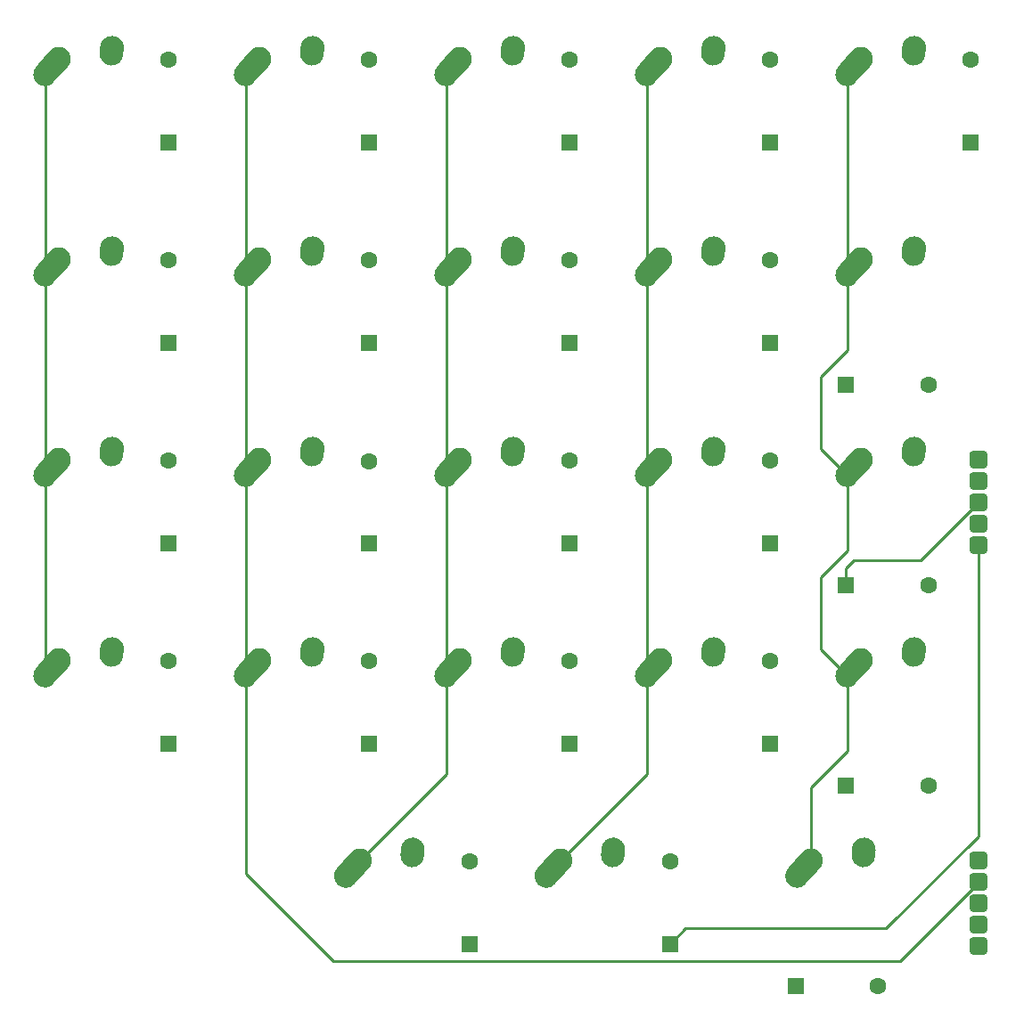
<source format=gtl>
%TF.GenerationSoftware,KiCad,Pcbnew,(5.1.12)-1*%
%TF.CreationDate,2022-01-07T15:12:48-05:00*%
%TF.ProjectId,center-gasket-1,63656e74-6572-42d6-9761-736b65742d31,rev?*%
%TF.SameCoordinates,Original*%
%TF.FileFunction,Copper,L1,Top*%
%TF.FilePolarity,Positive*%
%FSLAX46Y46*%
G04 Gerber Fmt 4.6, Leading zero omitted, Abs format (unit mm)*
G04 Created by KiCad (PCBNEW (5.1.12)-1) date 2022-01-07 15:12:48*
%MOMM*%
%LPD*%
G01*
G04 APERTURE LIST*
%TA.AperFunction,ComponentPad*%
%ADD10C,2.250000*%
%TD*%
%TA.AperFunction,ComponentPad*%
%ADD11R,1.600000X1.600000*%
%TD*%
%TA.AperFunction,ComponentPad*%
%ADD12C,1.600000*%
%TD*%
%TA.AperFunction,Conductor*%
%ADD13C,0.254000*%
%TD*%
G04 APERTURE END LIST*
D10*
%TO.P,MX7,1*%
%TO.N,COL1*%
X47506250Y-65056250D03*
%TA.AperFunction,ComponentPad*%
G36*
G01*
X45444938Y-67353600D02*
X45444933Y-67353595D01*
G75*
G02*
X45358905Y-65764933I751317J837345D01*
G01*
X46668907Y-64304933D01*
G75*
G02*
X48257569Y-64218905I837345J-751317D01*
G01*
X48257569Y-64218905D01*
G75*
G02*
X48343597Y-65807567I-751317J-837345D01*
G01*
X47033595Y-67267567D01*
G75*
G02*
X45444933Y-67353595I-837345J751317D01*
G01*
G37*
%TD.AperFunction*%
%TO.P,MX7,2*%
%TO.N,Net-(D7-Pad2)*%
X52546250Y-63976250D03*
%TA.AperFunction,ComponentPad*%
G36*
G01*
X52429733Y-65678645D02*
X52428847Y-65678584D01*
G75*
G02*
X51383916Y-64478847I77403J1122334D01*
G01*
X51423916Y-63898847D01*
G75*
G02*
X52623653Y-62853916I1122334J-77403D01*
G01*
X52623653Y-62853916D01*
G75*
G02*
X53668584Y-64053653I-77403J-1122334D01*
G01*
X53628584Y-64633653D01*
G75*
G02*
X52428847Y-65678584I-1122334J77403D01*
G01*
G37*
%TD.AperFunction*%
%TD*%
D11*
%TO.P,D23,1*%
%TO.N,ROW4*%
X98493750Y-115093750D03*
D12*
%TO.P,D23,2*%
%TO.N,Net-(D23-Pad2)*%
X106293750Y-115093750D03*
%TD*%
D11*
%TO.P,D22,1*%
%TO.N,ROW3*%
X103256250Y-96043750D03*
D12*
%TO.P,D22,2*%
%TO.N,Net-(D22-Pad2)*%
X111056250Y-96043750D03*
%TD*%
D11*
%TO.P,D21,1*%
%TO.N,ROW2*%
X103256250Y-76993750D03*
D12*
%TO.P,D21,2*%
%TO.N,Net-(D21-Pad2)*%
X111056250Y-76993750D03*
%TD*%
D11*
%TO.P,D20,1*%
%TO.N,ROW1*%
X103256250Y-57943750D03*
D12*
%TO.P,D20,2*%
%TO.N,Net-(D20-Pad2)*%
X111056250Y-57943750D03*
%TD*%
D11*
%TO.P,D19,1*%
%TO.N,ROW0*%
X115093750Y-34856250D03*
D12*
%TO.P,D19,2*%
%TO.N,Net-(D19-Pad2)*%
X115093750Y-27056250D03*
%TD*%
D11*
%TO.P,D18,1*%
%TO.N,ROW4*%
X86518750Y-111056250D03*
D12*
%TO.P,D18,2*%
%TO.N,Net-(D18-Pad2)*%
X86518750Y-103256250D03*
%TD*%
D11*
%TO.P,D17,1*%
%TO.N,ROW3*%
X96043750Y-92006250D03*
D12*
%TO.P,D17,2*%
%TO.N,Net-(D17-Pad2)*%
X96043750Y-84206250D03*
%TD*%
D11*
%TO.P,D16,1*%
%TO.N,ROW2*%
X96043750Y-72956250D03*
D12*
%TO.P,D16,2*%
%TO.N,Net-(D16-Pad2)*%
X96043750Y-65156250D03*
%TD*%
D11*
%TO.P,D15,1*%
%TO.N,ROW1*%
X96043750Y-53906250D03*
D12*
%TO.P,D15,2*%
%TO.N,Net-(D15-Pad2)*%
X96043750Y-46106250D03*
%TD*%
D11*
%TO.P,D14,1*%
%TO.N,ROW0*%
X96043750Y-34856250D03*
D12*
%TO.P,D14,2*%
%TO.N,Net-(D14-Pad2)*%
X96043750Y-27056250D03*
%TD*%
D11*
%TO.P,D13,1*%
%TO.N,ROW4*%
X67468750Y-111056250D03*
D12*
%TO.P,D13,2*%
%TO.N,Net-(D13-Pad2)*%
X67468750Y-103256250D03*
%TD*%
D11*
%TO.P,D12,1*%
%TO.N,ROW3*%
X76993750Y-92006250D03*
D12*
%TO.P,D12,2*%
%TO.N,Net-(D12-Pad2)*%
X76993750Y-84206250D03*
%TD*%
D11*
%TO.P,D11,1*%
%TO.N,ROW2*%
X76993750Y-72956250D03*
D12*
%TO.P,D11,2*%
%TO.N,Net-(D11-Pad2)*%
X76993750Y-65156250D03*
%TD*%
D11*
%TO.P,D10,1*%
%TO.N,ROW1*%
X76993750Y-53906250D03*
D12*
%TO.P,D10,2*%
%TO.N,Net-(D10-Pad2)*%
X76993750Y-46106250D03*
%TD*%
D11*
%TO.P,D9,1*%
%TO.N,ROW0*%
X76993750Y-34856250D03*
D12*
%TO.P,D9,2*%
%TO.N,Net-(D9-Pad2)*%
X76993750Y-27056250D03*
%TD*%
D11*
%TO.P,D8,1*%
%TO.N,ROW3*%
X57943750Y-92006250D03*
D12*
%TO.P,D8,2*%
%TO.N,Net-(D8-Pad2)*%
X57943750Y-84206250D03*
%TD*%
D11*
%TO.P,D7,1*%
%TO.N,ROW2*%
X57943750Y-73018750D03*
D12*
%TO.P,D7,2*%
%TO.N,Net-(D7-Pad2)*%
X57943750Y-65218750D03*
%TD*%
D11*
%TO.P,D6,1*%
%TO.N,ROW1*%
X57943750Y-53906250D03*
D12*
%TO.P,D6,2*%
%TO.N,Net-(D6-Pad2)*%
X57943750Y-46106250D03*
%TD*%
D11*
%TO.P,D5,1*%
%TO.N,ROW0*%
X57943750Y-34856250D03*
D12*
%TO.P,D5,2*%
%TO.N,Net-(D5-Pad2)*%
X57943750Y-27056250D03*
%TD*%
D11*
%TO.P,D4,1*%
%TO.N,ROW3*%
X38893750Y-92006250D03*
D12*
%TO.P,D4,2*%
%TO.N,Net-(D4-Pad2)*%
X38893750Y-84206250D03*
%TD*%
D11*
%TO.P,D3,1*%
%TO.N,ROW2*%
X38893750Y-72956250D03*
D12*
%TO.P,D3,2*%
%TO.N,Net-(D3-Pad2)*%
X38893750Y-65156250D03*
%TD*%
D11*
%TO.P,D2,1*%
%TO.N,ROW1*%
X38893750Y-53906250D03*
D12*
%TO.P,D2,2*%
%TO.N,Net-(D2-Pad2)*%
X38893750Y-46106250D03*
%TD*%
D11*
%TO.P,D1,1*%
%TO.N,ROW0*%
X38893750Y-34856250D03*
D12*
%TO.P,D1,2*%
%TO.N,Net-(D1-Pad2)*%
X38893750Y-27056250D03*
%TD*%
D10*
%TO.P,MX21,1*%
%TO.N,COL4*%
X104656250Y-65056250D03*
%TA.AperFunction,ComponentPad*%
G36*
G01*
X102594938Y-67353600D02*
X102594933Y-67353595D01*
G75*
G02*
X102508905Y-65764933I751317J837345D01*
G01*
X103818907Y-64304933D01*
G75*
G02*
X105407569Y-64218905I837345J-751317D01*
G01*
X105407569Y-64218905D01*
G75*
G02*
X105493597Y-65807567I-751317J-837345D01*
G01*
X104183595Y-67267567D01*
G75*
G02*
X102594933Y-67353595I-837345J751317D01*
G01*
G37*
%TD.AperFunction*%
%TO.P,MX21,2*%
%TO.N,Net-(D21-Pad2)*%
X109696250Y-63976250D03*
%TA.AperFunction,ComponentPad*%
G36*
G01*
X109579733Y-65678645D02*
X109578847Y-65678584D01*
G75*
G02*
X108533916Y-64478847I77403J1122334D01*
G01*
X108573916Y-63898847D01*
G75*
G02*
X109773653Y-62853916I1122334J-77403D01*
G01*
X109773653Y-62853916D01*
G75*
G02*
X110818584Y-64053653I-77403J-1122334D01*
G01*
X110778584Y-64633653D01*
G75*
G02*
X109578847Y-65678584I-1122334J77403D01*
G01*
G37*
%TD.AperFunction*%
%TD*%
%TO.P,M2,1*%
%TO.N,COL0*%
%TA.AperFunction,ComponentPad*%
G36*
G01*
X114947700Y-103562150D02*
X114947700Y-102685850D01*
G75*
G02*
X115385850Y-102247700I438150J0D01*
G01*
X116262150Y-102247700D01*
G75*
G02*
X116700300Y-102685850I0J-438150D01*
G01*
X116700300Y-103562150D01*
G75*
G02*
X116262150Y-104000300I-438150J0D01*
G01*
X115385850Y-104000300D01*
G75*
G02*
X114947700Y-103562150I0J438150D01*
G01*
G37*
%TD.AperFunction*%
%TO.P,M2,2*%
%TO.N,COL1*%
%TA.AperFunction,ComponentPad*%
G36*
G01*
X114947700Y-105594150D02*
X114947700Y-104717850D01*
G75*
G02*
X115385850Y-104279700I438150J0D01*
G01*
X116262150Y-104279700D01*
G75*
G02*
X116700300Y-104717850I0J-438150D01*
G01*
X116700300Y-105594150D01*
G75*
G02*
X116262150Y-106032300I-438150J0D01*
G01*
X115385850Y-106032300D01*
G75*
G02*
X114947700Y-105594150I0J438150D01*
G01*
G37*
%TD.AperFunction*%
%TO.P,M2,3*%
%TO.N,COL2*%
%TA.AperFunction,ComponentPad*%
G36*
G01*
X114947700Y-107626150D02*
X114947700Y-106749850D01*
G75*
G02*
X115385850Y-106311700I438150J0D01*
G01*
X116262150Y-106311700D01*
G75*
G02*
X116700300Y-106749850I0J-438150D01*
G01*
X116700300Y-107626150D01*
G75*
G02*
X116262150Y-108064300I-438150J0D01*
G01*
X115385850Y-108064300D01*
G75*
G02*
X114947700Y-107626150I0J438150D01*
G01*
G37*
%TD.AperFunction*%
%TO.P,M2,4*%
%TO.N,COL3*%
%TA.AperFunction,ComponentPad*%
G36*
G01*
X114947700Y-109658150D02*
X114947700Y-108781850D01*
G75*
G02*
X115385850Y-108343700I438150J0D01*
G01*
X116262150Y-108343700D01*
G75*
G02*
X116700300Y-108781850I0J-438150D01*
G01*
X116700300Y-109658150D01*
G75*
G02*
X116262150Y-110096300I-438150J0D01*
G01*
X115385850Y-110096300D01*
G75*
G02*
X114947700Y-109658150I0J438150D01*
G01*
G37*
%TD.AperFunction*%
%TO.P,M2,5*%
%TO.N,COL4*%
%TA.AperFunction,ComponentPad*%
G36*
G01*
X114947700Y-111690150D02*
X114947700Y-110813850D01*
G75*
G02*
X115385850Y-110375700I438150J0D01*
G01*
X116262150Y-110375700D01*
G75*
G02*
X116700300Y-110813850I0J-438150D01*
G01*
X116700300Y-111690150D01*
G75*
G02*
X116262150Y-112128300I-438150J0D01*
G01*
X115385850Y-112128300D01*
G75*
G02*
X114947700Y-111690150I0J438150D01*
G01*
G37*
%TD.AperFunction*%
%TD*%
%TO.P,M1,5*%
%TO.N,ROW4*%
%TA.AperFunction,ComponentPad*%
G36*
G01*
X114947700Y-73590150D02*
X114947700Y-72713850D01*
G75*
G02*
X115385850Y-72275700I438150J0D01*
G01*
X116262150Y-72275700D01*
G75*
G02*
X116700300Y-72713850I0J-438150D01*
G01*
X116700300Y-73590150D01*
G75*
G02*
X116262150Y-74028300I-438150J0D01*
G01*
X115385850Y-74028300D01*
G75*
G02*
X114947700Y-73590150I0J438150D01*
G01*
G37*
%TD.AperFunction*%
%TO.P,M1,4*%
%TO.N,ROW3*%
%TA.AperFunction,ComponentPad*%
G36*
G01*
X114947700Y-71558150D02*
X114947700Y-70681850D01*
G75*
G02*
X115385850Y-70243700I438150J0D01*
G01*
X116262150Y-70243700D01*
G75*
G02*
X116700300Y-70681850I0J-438150D01*
G01*
X116700300Y-71558150D01*
G75*
G02*
X116262150Y-71996300I-438150J0D01*
G01*
X115385850Y-71996300D01*
G75*
G02*
X114947700Y-71558150I0J438150D01*
G01*
G37*
%TD.AperFunction*%
%TO.P,M1,3*%
%TO.N,ROW2*%
%TA.AperFunction,ComponentPad*%
G36*
G01*
X114947700Y-69526150D02*
X114947700Y-68649850D01*
G75*
G02*
X115385850Y-68211700I438150J0D01*
G01*
X116262150Y-68211700D01*
G75*
G02*
X116700300Y-68649850I0J-438150D01*
G01*
X116700300Y-69526150D01*
G75*
G02*
X116262150Y-69964300I-438150J0D01*
G01*
X115385850Y-69964300D01*
G75*
G02*
X114947700Y-69526150I0J438150D01*
G01*
G37*
%TD.AperFunction*%
%TO.P,M1,2*%
%TO.N,ROW1*%
%TA.AperFunction,ComponentPad*%
G36*
G01*
X114947700Y-67494150D02*
X114947700Y-66617850D01*
G75*
G02*
X115385850Y-66179700I438150J0D01*
G01*
X116262150Y-66179700D01*
G75*
G02*
X116700300Y-66617850I0J-438150D01*
G01*
X116700300Y-67494150D01*
G75*
G02*
X116262150Y-67932300I-438150J0D01*
G01*
X115385850Y-67932300D01*
G75*
G02*
X114947700Y-67494150I0J438150D01*
G01*
G37*
%TD.AperFunction*%
%TO.P,M1,1*%
%TO.N,ROW0*%
%TA.AperFunction,ComponentPad*%
G36*
G01*
X114947700Y-65462150D02*
X114947700Y-64585850D01*
G75*
G02*
X115385850Y-64147700I438150J0D01*
G01*
X116262150Y-64147700D01*
G75*
G02*
X116700300Y-64585850I0J-438150D01*
G01*
X116700300Y-65462150D01*
G75*
G02*
X116262150Y-65900300I-438150J0D01*
G01*
X115385850Y-65900300D01*
G75*
G02*
X114947700Y-65462150I0J438150D01*
G01*
G37*
%TD.AperFunction*%
%TD*%
%TO.P,MX19,1*%
%TO.N,COL4*%
X104656250Y-26956250D03*
%TA.AperFunction,ComponentPad*%
G36*
G01*
X102594938Y-29253600D02*
X102594933Y-29253595D01*
G75*
G02*
X102508905Y-27664933I751317J837345D01*
G01*
X103818907Y-26204933D01*
G75*
G02*
X105407569Y-26118905I837345J-751317D01*
G01*
X105407569Y-26118905D01*
G75*
G02*
X105493597Y-27707567I-751317J-837345D01*
G01*
X104183595Y-29167567D01*
G75*
G02*
X102594933Y-29253595I-837345J751317D01*
G01*
G37*
%TD.AperFunction*%
%TO.P,MX19,2*%
%TO.N,Net-(D19-Pad2)*%
X109696250Y-25876250D03*
%TA.AperFunction,ComponentPad*%
G36*
G01*
X109579733Y-27578645D02*
X109578847Y-27578584D01*
G75*
G02*
X108533916Y-26378847I77403J1122334D01*
G01*
X108573916Y-25798847D01*
G75*
G02*
X109773653Y-24753916I1122334J-77403D01*
G01*
X109773653Y-24753916D01*
G75*
G02*
X110818584Y-25953653I-77403J-1122334D01*
G01*
X110778584Y-26533653D01*
G75*
G02*
X109578847Y-27578584I-1122334J77403D01*
G01*
G37*
%TD.AperFunction*%
%TD*%
%TO.P,MX18,1*%
%TO.N,COL3*%
X76081250Y-103156250D03*
%TA.AperFunction,ComponentPad*%
G36*
G01*
X74019938Y-105453600D02*
X74019933Y-105453595D01*
G75*
G02*
X73933905Y-103864933I751317J837345D01*
G01*
X75243907Y-102404933D01*
G75*
G02*
X76832569Y-102318905I837345J-751317D01*
G01*
X76832569Y-102318905D01*
G75*
G02*
X76918597Y-103907567I-751317J-837345D01*
G01*
X75608595Y-105367567D01*
G75*
G02*
X74019933Y-105453595I-837345J751317D01*
G01*
G37*
%TD.AperFunction*%
%TO.P,MX18,2*%
%TO.N,Net-(D18-Pad2)*%
X81121250Y-102076250D03*
%TA.AperFunction,ComponentPad*%
G36*
G01*
X81004733Y-103778645D02*
X81003847Y-103778584D01*
G75*
G02*
X79958916Y-102578847I77403J1122334D01*
G01*
X79998916Y-101998847D01*
G75*
G02*
X81198653Y-100953916I1122334J-77403D01*
G01*
X81198653Y-100953916D01*
G75*
G02*
X82243584Y-102153653I-77403J-1122334D01*
G01*
X82203584Y-102733653D01*
G75*
G02*
X81003847Y-103778584I-1122334J77403D01*
G01*
G37*
%TD.AperFunction*%
%TD*%
%TO.P,MX23,1*%
%TO.N,COL4*%
X99893750Y-103156250D03*
%TA.AperFunction,ComponentPad*%
G36*
G01*
X97832438Y-105453600D02*
X97832433Y-105453595D01*
G75*
G02*
X97746405Y-103864933I751317J837345D01*
G01*
X99056407Y-102404933D01*
G75*
G02*
X100645069Y-102318905I837345J-751317D01*
G01*
X100645069Y-102318905D01*
G75*
G02*
X100731097Y-103907567I-751317J-837345D01*
G01*
X99421095Y-105367567D01*
G75*
G02*
X97832433Y-105453595I-837345J751317D01*
G01*
G37*
%TD.AperFunction*%
%TO.P,MX23,2*%
%TO.N,Net-(D23-Pad2)*%
X104933750Y-102076250D03*
%TA.AperFunction,ComponentPad*%
G36*
G01*
X104817233Y-103778645D02*
X104816347Y-103778584D01*
G75*
G02*
X103771416Y-102578847I77403J1122334D01*
G01*
X103811416Y-101998847D01*
G75*
G02*
X105011153Y-100953916I1122334J-77403D01*
G01*
X105011153Y-100953916D01*
G75*
G02*
X106056084Y-102153653I-77403J-1122334D01*
G01*
X106016084Y-102733653D01*
G75*
G02*
X104816347Y-103778584I-1122334J77403D01*
G01*
G37*
%TD.AperFunction*%
%TD*%
%TO.P,MX22,1*%
%TO.N,COL4*%
X104656250Y-84106250D03*
%TA.AperFunction,ComponentPad*%
G36*
G01*
X102594938Y-86403600D02*
X102594933Y-86403595D01*
G75*
G02*
X102508905Y-84814933I751317J837345D01*
G01*
X103818907Y-83354933D01*
G75*
G02*
X105407569Y-83268905I837345J-751317D01*
G01*
X105407569Y-83268905D01*
G75*
G02*
X105493597Y-84857567I-751317J-837345D01*
G01*
X104183595Y-86317567D01*
G75*
G02*
X102594933Y-86403595I-837345J751317D01*
G01*
G37*
%TD.AperFunction*%
%TO.P,MX22,2*%
%TO.N,Net-(D22-Pad2)*%
X109696250Y-83026250D03*
%TA.AperFunction,ComponentPad*%
G36*
G01*
X109579733Y-84728645D02*
X109578847Y-84728584D01*
G75*
G02*
X108533916Y-83528847I77403J1122334D01*
G01*
X108573916Y-82948847D01*
G75*
G02*
X109773653Y-81903916I1122334J-77403D01*
G01*
X109773653Y-81903916D01*
G75*
G02*
X110818584Y-83103653I-77403J-1122334D01*
G01*
X110778584Y-83683653D01*
G75*
G02*
X109578847Y-84728584I-1122334J77403D01*
G01*
G37*
%TD.AperFunction*%
%TD*%
%TO.P,MX20,1*%
%TO.N,COL4*%
X104656250Y-46006250D03*
%TA.AperFunction,ComponentPad*%
G36*
G01*
X102594938Y-48303600D02*
X102594933Y-48303595D01*
G75*
G02*
X102508905Y-46714933I751317J837345D01*
G01*
X103818907Y-45254933D01*
G75*
G02*
X105407569Y-45168905I837345J-751317D01*
G01*
X105407569Y-45168905D01*
G75*
G02*
X105493597Y-46757567I-751317J-837345D01*
G01*
X104183595Y-48217567D01*
G75*
G02*
X102594933Y-48303595I-837345J751317D01*
G01*
G37*
%TD.AperFunction*%
%TO.P,MX20,2*%
%TO.N,Net-(D20-Pad2)*%
X109696250Y-44926250D03*
%TA.AperFunction,ComponentPad*%
G36*
G01*
X109579733Y-46628645D02*
X109578847Y-46628584D01*
G75*
G02*
X108533916Y-45428847I77403J1122334D01*
G01*
X108573916Y-44848847D01*
G75*
G02*
X109773653Y-43803916I1122334J-77403D01*
G01*
X109773653Y-43803916D01*
G75*
G02*
X110818584Y-45003653I-77403J-1122334D01*
G01*
X110778584Y-45583653D01*
G75*
G02*
X109578847Y-46628584I-1122334J77403D01*
G01*
G37*
%TD.AperFunction*%
%TD*%
%TO.P,MX17,1*%
%TO.N,COL3*%
X85606250Y-84106250D03*
%TA.AperFunction,ComponentPad*%
G36*
G01*
X83544938Y-86403600D02*
X83544933Y-86403595D01*
G75*
G02*
X83458905Y-84814933I751317J837345D01*
G01*
X84768907Y-83354933D01*
G75*
G02*
X86357569Y-83268905I837345J-751317D01*
G01*
X86357569Y-83268905D01*
G75*
G02*
X86443597Y-84857567I-751317J-837345D01*
G01*
X85133595Y-86317567D01*
G75*
G02*
X83544933Y-86403595I-837345J751317D01*
G01*
G37*
%TD.AperFunction*%
%TO.P,MX17,2*%
%TO.N,Net-(D17-Pad2)*%
X90646250Y-83026250D03*
%TA.AperFunction,ComponentPad*%
G36*
G01*
X90529733Y-84728645D02*
X90528847Y-84728584D01*
G75*
G02*
X89483916Y-83528847I77403J1122334D01*
G01*
X89523916Y-82948847D01*
G75*
G02*
X90723653Y-81903916I1122334J-77403D01*
G01*
X90723653Y-81903916D01*
G75*
G02*
X91768584Y-83103653I-77403J-1122334D01*
G01*
X91728584Y-83683653D01*
G75*
G02*
X90528847Y-84728584I-1122334J77403D01*
G01*
G37*
%TD.AperFunction*%
%TD*%
%TO.P,MX16,1*%
%TO.N,COL3*%
X85606250Y-65056250D03*
%TA.AperFunction,ComponentPad*%
G36*
G01*
X83544938Y-67353600D02*
X83544933Y-67353595D01*
G75*
G02*
X83458905Y-65764933I751317J837345D01*
G01*
X84768907Y-64304933D01*
G75*
G02*
X86357569Y-64218905I837345J-751317D01*
G01*
X86357569Y-64218905D01*
G75*
G02*
X86443597Y-65807567I-751317J-837345D01*
G01*
X85133595Y-67267567D01*
G75*
G02*
X83544933Y-67353595I-837345J751317D01*
G01*
G37*
%TD.AperFunction*%
%TO.P,MX16,2*%
%TO.N,Net-(D16-Pad2)*%
X90646250Y-63976250D03*
%TA.AperFunction,ComponentPad*%
G36*
G01*
X90529733Y-65678645D02*
X90528847Y-65678584D01*
G75*
G02*
X89483916Y-64478847I77403J1122334D01*
G01*
X89523916Y-63898847D01*
G75*
G02*
X90723653Y-62853916I1122334J-77403D01*
G01*
X90723653Y-62853916D01*
G75*
G02*
X91768584Y-64053653I-77403J-1122334D01*
G01*
X91728584Y-64633653D01*
G75*
G02*
X90528847Y-65678584I-1122334J77403D01*
G01*
G37*
%TD.AperFunction*%
%TD*%
%TO.P,MX15,1*%
%TO.N,COL3*%
X85606250Y-46006250D03*
%TA.AperFunction,ComponentPad*%
G36*
G01*
X83544938Y-48303600D02*
X83544933Y-48303595D01*
G75*
G02*
X83458905Y-46714933I751317J837345D01*
G01*
X84768907Y-45254933D01*
G75*
G02*
X86357569Y-45168905I837345J-751317D01*
G01*
X86357569Y-45168905D01*
G75*
G02*
X86443597Y-46757567I-751317J-837345D01*
G01*
X85133595Y-48217567D01*
G75*
G02*
X83544933Y-48303595I-837345J751317D01*
G01*
G37*
%TD.AperFunction*%
%TO.P,MX15,2*%
%TO.N,Net-(D15-Pad2)*%
X90646250Y-44926250D03*
%TA.AperFunction,ComponentPad*%
G36*
G01*
X90529733Y-46628645D02*
X90528847Y-46628584D01*
G75*
G02*
X89483916Y-45428847I77403J1122334D01*
G01*
X89523916Y-44848847D01*
G75*
G02*
X90723653Y-43803916I1122334J-77403D01*
G01*
X90723653Y-43803916D01*
G75*
G02*
X91768584Y-45003653I-77403J-1122334D01*
G01*
X91728584Y-45583653D01*
G75*
G02*
X90528847Y-46628584I-1122334J77403D01*
G01*
G37*
%TD.AperFunction*%
%TD*%
%TO.P,MX14,1*%
%TO.N,COL3*%
X85606250Y-26956250D03*
%TA.AperFunction,ComponentPad*%
G36*
G01*
X83544938Y-29253600D02*
X83544933Y-29253595D01*
G75*
G02*
X83458905Y-27664933I751317J837345D01*
G01*
X84768907Y-26204933D01*
G75*
G02*
X86357569Y-26118905I837345J-751317D01*
G01*
X86357569Y-26118905D01*
G75*
G02*
X86443597Y-27707567I-751317J-837345D01*
G01*
X85133595Y-29167567D01*
G75*
G02*
X83544933Y-29253595I-837345J751317D01*
G01*
G37*
%TD.AperFunction*%
%TO.P,MX14,2*%
%TO.N,Net-(D14-Pad2)*%
X90646250Y-25876250D03*
%TA.AperFunction,ComponentPad*%
G36*
G01*
X90529733Y-27578645D02*
X90528847Y-27578584D01*
G75*
G02*
X89483916Y-26378847I77403J1122334D01*
G01*
X89523916Y-25798847D01*
G75*
G02*
X90723653Y-24753916I1122334J-77403D01*
G01*
X90723653Y-24753916D01*
G75*
G02*
X91768584Y-25953653I-77403J-1122334D01*
G01*
X91728584Y-26533653D01*
G75*
G02*
X90528847Y-27578584I-1122334J77403D01*
G01*
G37*
%TD.AperFunction*%
%TD*%
%TO.P,MX13,1*%
%TO.N,COL2*%
X57031250Y-103156250D03*
%TA.AperFunction,ComponentPad*%
G36*
G01*
X54969938Y-105453600D02*
X54969933Y-105453595D01*
G75*
G02*
X54883905Y-103864933I751317J837345D01*
G01*
X56193907Y-102404933D01*
G75*
G02*
X57782569Y-102318905I837345J-751317D01*
G01*
X57782569Y-102318905D01*
G75*
G02*
X57868597Y-103907567I-751317J-837345D01*
G01*
X56558595Y-105367567D01*
G75*
G02*
X54969933Y-105453595I-837345J751317D01*
G01*
G37*
%TD.AperFunction*%
%TO.P,MX13,2*%
%TO.N,Net-(D13-Pad2)*%
X62071250Y-102076250D03*
%TA.AperFunction,ComponentPad*%
G36*
G01*
X61954733Y-103778645D02*
X61953847Y-103778584D01*
G75*
G02*
X60908916Y-102578847I77403J1122334D01*
G01*
X60948916Y-101998847D01*
G75*
G02*
X62148653Y-100953916I1122334J-77403D01*
G01*
X62148653Y-100953916D01*
G75*
G02*
X63193584Y-102153653I-77403J-1122334D01*
G01*
X63153584Y-102733653D01*
G75*
G02*
X61953847Y-103778584I-1122334J77403D01*
G01*
G37*
%TD.AperFunction*%
%TD*%
%TO.P,MX12,1*%
%TO.N,COL2*%
X66556250Y-84106250D03*
%TA.AperFunction,ComponentPad*%
G36*
G01*
X64494938Y-86403600D02*
X64494933Y-86403595D01*
G75*
G02*
X64408905Y-84814933I751317J837345D01*
G01*
X65718907Y-83354933D01*
G75*
G02*
X67307569Y-83268905I837345J-751317D01*
G01*
X67307569Y-83268905D01*
G75*
G02*
X67393597Y-84857567I-751317J-837345D01*
G01*
X66083595Y-86317567D01*
G75*
G02*
X64494933Y-86403595I-837345J751317D01*
G01*
G37*
%TD.AperFunction*%
%TO.P,MX12,2*%
%TO.N,Net-(D12-Pad2)*%
X71596250Y-83026250D03*
%TA.AperFunction,ComponentPad*%
G36*
G01*
X71479733Y-84728645D02*
X71478847Y-84728584D01*
G75*
G02*
X70433916Y-83528847I77403J1122334D01*
G01*
X70473916Y-82948847D01*
G75*
G02*
X71673653Y-81903916I1122334J-77403D01*
G01*
X71673653Y-81903916D01*
G75*
G02*
X72718584Y-83103653I-77403J-1122334D01*
G01*
X72678584Y-83683653D01*
G75*
G02*
X71478847Y-84728584I-1122334J77403D01*
G01*
G37*
%TD.AperFunction*%
%TD*%
%TO.P,MX11,1*%
%TO.N,COL2*%
X66556250Y-65056250D03*
%TA.AperFunction,ComponentPad*%
G36*
G01*
X64494938Y-67353600D02*
X64494933Y-67353595D01*
G75*
G02*
X64408905Y-65764933I751317J837345D01*
G01*
X65718907Y-64304933D01*
G75*
G02*
X67307569Y-64218905I837345J-751317D01*
G01*
X67307569Y-64218905D01*
G75*
G02*
X67393597Y-65807567I-751317J-837345D01*
G01*
X66083595Y-67267567D01*
G75*
G02*
X64494933Y-67353595I-837345J751317D01*
G01*
G37*
%TD.AperFunction*%
%TO.P,MX11,2*%
%TO.N,Net-(D11-Pad2)*%
X71596250Y-63976250D03*
%TA.AperFunction,ComponentPad*%
G36*
G01*
X71479733Y-65678645D02*
X71478847Y-65678584D01*
G75*
G02*
X70433916Y-64478847I77403J1122334D01*
G01*
X70473916Y-63898847D01*
G75*
G02*
X71673653Y-62853916I1122334J-77403D01*
G01*
X71673653Y-62853916D01*
G75*
G02*
X72718584Y-64053653I-77403J-1122334D01*
G01*
X72678584Y-64633653D01*
G75*
G02*
X71478847Y-65678584I-1122334J77403D01*
G01*
G37*
%TD.AperFunction*%
%TD*%
%TO.P,MX10,1*%
%TO.N,COL2*%
X66556250Y-46006250D03*
%TA.AperFunction,ComponentPad*%
G36*
G01*
X64494938Y-48303600D02*
X64494933Y-48303595D01*
G75*
G02*
X64408905Y-46714933I751317J837345D01*
G01*
X65718907Y-45254933D01*
G75*
G02*
X67307569Y-45168905I837345J-751317D01*
G01*
X67307569Y-45168905D01*
G75*
G02*
X67393597Y-46757567I-751317J-837345D01*
G01*
X66083595Y-48217567D01*
G75*
G02*
X64494933Y-48303595I-837345J751317D01*
G01*
G37*
%TD.AperFunction*%
%TO.P,MX10,2*%
%TO.N,Net-(D10-Pad2)*%
X71596250Y-44926250D03*
%TA.AperFunction,ComponentPad*%
G36*
G01*
X71479733Y-46628645D02*
X71478847Y-46628584D01*
G75*
G02*
X70433916Y-45428847I77403J1122334D01*
G01*
X70473916Y-44848847D01*
G75*
G02*
X71673653Y-43803916I1122334J-77403D01*
G01*
X71673653Y-43803916D01*
G75*
G02*
X72718584Y-45003653I-77403J-1122334D01*
G01*
X72678584Y-45583653D01*
G75*
G02*
X71478847Y-46628584I-1122334J77403D01*
G01*
G37*
%TD.AperFunction*%
%TD*%
%TO.P,MX9,1*%
%TO.N,COL2*%
X66556250Y-26956250D03*
%TA.AperFunction,ComponentPad*%
G36*
G01*
X64494938Y-29253600D02*
X64494933Y-29253595D01*
G75*
G02*
X64408905Y-27664933I751317J837345D01*
G01*
X65718907Y-26204933D01*
G75*
G02*
X67307569Y-26118905I837345J-751317D01*
G01*
X67307569Y-26118905D01*
G75*
G02*
X67393597Y-27707567I-751317J-837345D01*
G01*
X66083595Y-29167567D01*
G75*
G02*
X64494933Y-29253595I-837345J751317D01*
G01*
G37*
%TD.AperFunction*%
%TO.P,MX9,2*%
%TO.N,Net-(D9-Pad2)*%
X71596250Y-25876250D03*
%TA.AperFunction,ComponentPad*%
G36*
G01*
X71479733Y-27578645D02*
X71478847Y-27578584D01*
G75*
G02*
X70433916Y-26378847I77403J1122334D01*
G01*
X70473916Y-25798847D01*
G75*
G02*
X71673653Y-24753916I1122334J-77403D01*
G01*
X71673653Y-24753916D01*
G75*
G02*
X72718584Y-25953653I-77403J-1122334D01*
G01*
X72678584Y-26533653D01*
G75*
G02*
X71478847Y-27578584I-1122334J77403D01*
G01*
G37*
%TD.AperFunction*%
%TD*%
%TO.P,MX8,1*%
%TO.N,COL1*%
X47506250Y-84106250D03*
%TA.AperFunction,ComponentPad*%
G36*
G01*
X45444938Y-86403600D02*
X45444933Y-86403595D01*
G75*
G02*
X45358905Y-84814933I751317J837345D01*
G01*
X46668907Y-83354933D01*
G75*
G02*
X48257569Y-83268905I837345J-751317D01*
G01*
X48257569Y-83268905D01*
G75*
G02*
X48343597Y-84857567I-751317J-837345D01*
G01*
X47033595Y-86317567D01*
G75*
G02*
X45444933Y-86403595I-837345J751317D01*
G01*
G37*
%TD.AperFunction*%
%TO.P,MX8,2*%
%TO.N,Net-(D8-Pad2)*%
X52546250Y-83026250D03*
%TA.AperFunction,ComponentPad*%
G36*
G01*
X52429733Y-84728645D02*
X52428847Y-84728584D01*
G75*
G02*
X51383916Y-83528847I77403J1122334D01*
G01*
X51423916Y-82948847D01*
G75*
G02*
X52623653Y-81903916I1122334J-77403D01*
G01*
X52623653Y-81903916D01*
G75*
G02*
X53668584Y-83103653I-77403J-1122334D01*
G01*
X53628584Y-83683653D01*
G75*
G02*
X52428847Y-84728584I-1122334J77403D01*
G01*
G37*
%TD.AperFunction*%
%TD*%
%TO.P,MX6,1*%
%TO.N,COL1*%
X47506250Y-46006250D03*
%TA.AperFunction,ComponentPad*%
G36*
G01*
X45444938Y-48303600D02*
X45444933Y-48303595D01*
G75*
G02*
X45358905Y-46714933I751317J837345D01*
G01*
X46668907Y-45254933D01*
G75*
G02*
X48257569Y-45168905I837345J-751317D01*
G01*
X48257569Y-45168905D01*
G75*
G02*
X48343597Y-46757567I-751317J-837345D01*
G01*
X47033595Y-48217567D01*
G75*
G02*
X45444933Y-48303595I-837345J751317D01*
G01*
G37*
%TD.AperFunction*%
%TO.P,MX6,2*%
%TO.N,Net-(D6-Pad2)*%
X52546250Y-44926250D03*
%TA.AperFunction,ComponentPad*%
G36*
G01*
X52429733Y-46628645D02*
X52428847Y-46628584D01*
G75*
G02*
X51383916Y-45428847I77403J1122334D01*
G01*
X51423916Y-44848847D01*
G75*
G02*
X52623653Y-43803916I1122334J-77403D01*
G01*
X52623653Y-43803916D01*
G75*
G02*
X53668584Y-45003653I-77403J-1122334D01*
G01*
X53628584Y-45583653D01*
G75*
G02*
X52428847Y-46628584I-1122334J77403D01*
G01*
G37*
%TD.AperFunction*%
%TD*%
%TO.P,MX5,1*%
%TO.N,COL1*%
X47506250Y-26956250D03*
%TA.AperFunction,ComponentPad*%
G36*
G01*
X45444938Y-29253600D02*
X45444933Y-29253595D01*
G75*
G02*
X45358905Y-27664933I751317J837345D01*
G01*
X46668907Y-26204933D01*
G75*
G02*
X48257569Y-26118905I837345J-751317D01*
G01*
X48257569Y-26118905D01*
G75*
G02*
X48343597Y-27707567I-751317J-837345D01*
G01*
X47033595Y-29167567D01*
G75*
G02*
X45444933Y-29253595I-837345J751317D01*
G01*
G37*
%TD.AperFunction*%
%TO.P,MX5,2*%
%TO.N,Net-(D5-Pad2)*%
X52546250Y-25876250D03*
%TA.AperFunction,ComponentPad*%
G36*
G01*
X52429733Y-27578645D02*
X52428847Y-27578584D01*
G75*
G02*
X51383916Y-26378847I77403J1122334D01*
G01*
X51423916Y-25798847D01*
G75*
G02*
X52623653Y-24753916I1122334J-77403D01*
G01*
X52623653Y-24753916D01*
G75*
G02*
X53668584Y-25953653I-77403J-1122334D01*
G01*
X53628584Y-26533653D01*
G75*
G02*
X52428847Y-27578584I-1122334J77403D01*
G01*
G37*
%TD.AperFunction*%
%TD*%
%TO.P,MX4,1*%
%TO.N,COL0*%
X28456250Y-84106250D03*
%TA.AperFunction,ComponentPad*%
G36*
G01*
X26394938Y-86403600D02*
X26394933Y-86403595D01*
G75*
G02*
X26308905Y-84814933I751317J837345D01*
G01*
X27618907Y-83354933D01*
G75*
G02*
X29207569Y-83268905I837345J-751317D01*
G01*
X29207569Y-83268905D01*
G75*
G02*
X29293597Y-84857567I-751317J-837345D01*
G01*
X27983595Y-86317567D01*
G75*
G02*
X26394933Y-86403595I-837345J751317D01*
G01*
G37*
%TD.AperFunction*%
%TO.P,MX4,2*%
%TO.N,Net-(D4-Pad2)*%
X33496250Y-83026250D03*
%TA.AperFunction,ComponentPad*%
G36*
G01*
X33379733Y-84728645D02*
X33378847Y-84728584D01*
G75*
G02*
X32333916Y-83528847I77403J1122334D01*
G01*
X32373916Y-82948847D01*
G75*
G02*
X33573653Y-81903916I1122334J-77403D01*
G01*
X33573653Y-81903916D01*
G75*
G02*
X34618584Y-83103653I-77403J-1122334D01*
G01*
X34578584Y-83683653D01*
G75*
G02*
X33378847Y-84728584I-1122334J77403D01*
G01*
G37*
%TD.AperFunction*%
%TD*%
%TO.P,MX3,1*%
%TO.N,COL0*%
X28456250Y-65056250D03*
%TA.AperFunction,ComponentPad*%
G36*
G01*
X26394938Y-67353600D02*
X26394933Y-67353595D01*
G75*
G02*
X26308905Y-65764933I751317J837345D01*
G01*
X27618907Y-64304933D01*
G75*
G02*
X29207569Y-64218905I837345J-751317D01*
G01*
X29207569Y-64218905D01*
G75*
G02*
X29293597Y-65807567I-751317J-837345D01*
G01*
X27983595Y-67267567D01*
G75*
G02*
X26394933Y-67353595I-837345J751317D01*
G01*
G37*
%TD.AperFunction*%
%TO.P,MX3,2*%
%TO.N,Net-(D3-Pad2)*%
X33496250Y-63976250D03*
%TA.AperFunction,ComponentPad*%
G36*
G01*
X33379733Y-65678645D02*
X33378847Y-65678584D01*
G75*
G02*
X32333916Y-64478847I77403J1122334D01*
G01*
X32373916Y-63898847D01*
G75*
G02*
X33573653Y-62853916I1122334J-77403D01*
G01*
X33573653Y-62853916D01*
G75*
G02*
X34618584Y-64053653I-77403J-1122334D01*
G01*
X34578584Y-64633653D01*
G75*
G02*
X33378847Y-65678584I-1122334J77403D01*
G01*
G37*
%TD.AperFunction*%
%TD*%
%TO.P,MX2,1*%
%TO.N,COL0*%
X28456250Y-46006250D03*
%TA.AperFunction,ComponentPad*%
G36*
G01*
X26394938Y-48303600D02*
X26394933Y-48303595D01*
G75*
G02*
X26308905Y-46714933I751317J837345D01*
G01*
X27618907Y-45254933D01*
G75*
G02*
X29207569Y-45168905I837345J-751317D01*
G01*
X29207569Y-45168905D01*
G75*
G02*
X29293597Y-46757567I-751317J-837345D01*
G01*
X27983595Y-48217567D01*
G75*
G02*
X26394933Y-48303595I-837345J751317D01*
G01*
G37*
%TD.AperFunction*%
%TO.P,MX2,2*%
%TO.N,Net-(D2-Pad2)*%
X33496250Y-44926250D03*
%TA.AperFunction,ComponentPad*%
G36*
G01*
X33379733Y-46628645D02*
X33378847Y-46628584D01*
G75*
G02*
X32333916Y-45428847I77403J1122334D01*
G01*
X32373916Y-44848847D01*
G75*
G02*
X33573653Y-43803916I1122334J-77403D01*
G01*
X33573653Y-43803916D01*
G75*
G02*
X34618584Y-45003653I-77403J-1122334D01*
G01*
X34578584Y-45583653D01*
G75*
G02*
X33378847Y-46628584I-1122334J77403D01*
G01*
G37*
%TD.AperFunction*%
%TD*%
%TO.P,MX1,1*%
%TO.N,COL0*%
X28456250Y-26956250D03*
%TA.AperFunction,ComponentPad*%
G36*
G01*
X26394938Y-29253600D02*
X26394933Y-29253595D01*
G75*
G02*
X26308905Y-27664933I751317J837345D01*
G01*
X27618907Y-26204933D01*
G75*
G02*
X29207569Y-26118905I837345J-751317D01*
G01*
X29207569Y-26118905D01*
G75*
G02*
X29293597Y-27707567I-751317J-837345D01*
G01*
X27983595Y-29167567D01*
G75*
G02*
X26394933Y-29253595I-837345J751317D01*
G01*
G37*
%TD.AperFunction*%
%TO.P,MX1,2*%
%TO.N,Net-(D1-Pad2)*%
X33496250Y-25876250D03*
%TA.AperFunction,ComponentPad*%
G36*
G01*
X33379733Y-27578645D02*
X33378847Y-27578584D01*
G75*
G02*
X32333916Y-26378847I77403J1122334D01*
G01*
X32373916Y-25798847D01*
G75*
G02*
X33573653Y-24753916I1122334J-77403D01*
G01*
X33573653Y-24753916D01*
G75*
G02*
X34618584Y-25953653I-77403J-1122334D01*
G01*
X34578584Y-26533653D01*
G75*
G02*
X33378847Y-27578584I-1122334J77403D01*
G01*
G37*
%TD.AperFunction*%
%TD*%
D13*
%TO.N,ROW2*%
X103256250Y-76993750D02*
X103256250Y-75337500D01*
X103256250Y-75337500D02*
X103981250Y-74612500D01*
X110299500Y-74612500D02*
X115824000Y-69088000D01*
X103981250Y-74612500D02*
X110299500Y-74612500D01*
%TO.N,ROW4*%
X87974000Y-109601000D02*
X86518750Y-111056250D01*
X107061000Y-109601000D02*
X87974000Y-109601000D01*
X115824000Y-100838000D02*
X107061000Y-109601000D01*
X115824000Y-73152000D02*
X115824000Y-100838000D01*
%TO.N,COL0*%
X27146250Y-28416250D02*
X27146250Y-85566250D01*
%TO.N,COL1*%
X46196250Y-66833750D02*
X46196250Y-85566250D01*
X46196250Y-28416250D02*
X46196250Y-66833750D01*
X115824000Y-105229598D02*
X115824000Y-105156000D01*
X108341098Y-112712500D02*
X115824000Y-105229598D01*
X54546500Y-112712500D02*
X108341098Y-112712500D01*
X46196250Y-104362250D02*
X54546500Y-112712500D01*
X46196250Y-85566250D02*
X46196250Y-104362250D01*
%TO.N,COL2*%
X65246250Y-94941250D02*
X57031250Y-103156250D01*
X65246250Y-28416250D02*
X65246250Y-94941250D01*
%TO.N,COL3*%
X84296250Y-94941250D02*
X76081250Y-103156250D01*
X84296250Y-28416250D02*
X84296250Y-94941250D01*
%TO.N,COL4*%
X103346250Y-28416250D02*
X103346250Y-47466250D01*
X103346250Y-47466250D02*
X103346250Y-54610000D01*
X103346250Y-54610000D02*
X100806250Y-57150000D01*
X100806250Y-63976250D02*
X103346250Y-66516250D01*
X100806250Y-57150000D02*
X100806250Y-63976250D01*
X103346250Y-66516250D02*
X103346250Y-73660000D01*
X103346250Y-73660000D02*
X100806250Y-76200000D01*
X100806250Y-83026250D02*
X103346250Y-85566250D01*
X100806250Y-76200000D02*
X100806250Y-83026250D01*
X103346250Y-85566250D02*
X103346250Y-92710000D01*
X99893750Y-96162500D02*
X99893750Y-103156250D01*
X103346250Y-92710000D02*
X99893750Y-96162500D01*
%TD*%
M02*

</source>
